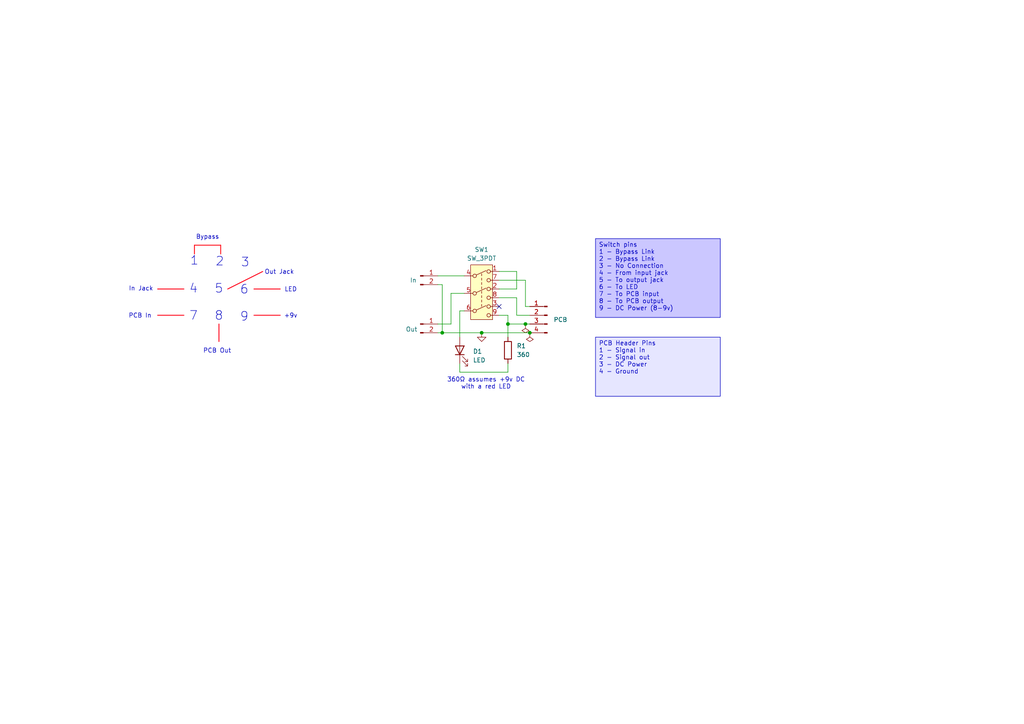
<source format=kicad_sch>
(kicad_sch
	(version 20231120)
	(generator "eeschema")
	(generator_version "8.0")
	(uuid "2d285da8-c492-42f7-afb7-e62340f4fc92")
	(paper "A4")
	(lib_symbols
		(symbol "3pdt:SW_3PDT"
			(pin_names
				(offset 0) hide)
			(exclude_from_sim no)
			(in_bom yes)
			(on_board yes)
			(property "Reference" "SW"
				(at 0 6.35 0)
				(effects
					(font
						(size 1.27 1.27)
					)
				)
			)
			(property "Value" "SW_3PDT"
				(at 0 -12.954 0)
				(effects
					(font
						(size 1.27 1.27)
					)
				)
			)
			(property "Footprint" ""
				(at 0 0 0)
				(effects
					(font
						(size 1.27 1.27)
					)
					(hide yes)
				)
			)
			(property "Datasheet" "~"
				(at 0 -4.064 0)
				(effects
					(font
						(size 1.27 1.27)
					)
					(hide yes)
				)
			)
			(property "Description" "3 Pole Double Throw (3PDT) Switch"
				(at 0.254 -3.81 0)
				(effects
					(font
						(size 1.27 1.27)
					)
					(hide yes)
				)
			)
			(property "ki_keywords" "switch dual double-pole single-throw OFF-ON"
				(at 0 0 0)
				(effects
					(font
						(size 1.27 1.27)
					)
					(hide yes)
				)
			)
			(symbol "SW_3PDT_0_0"
				(circle
					(center -2.032 -8.89)
					(radius 0.508)
					(stroke
						(width 0)
						(type default)
					)
					(fill
						(type none)
					)
				)
				(circle
					(center -2.032 -3.81)
					(radius 0.508)
					(stroke
						(width 0)
						(type default)
					)
					(fill
						(type none)
					)
				)
				(circle
					(center -2.032 1.27)
					(radius 0.508)
					(stroke
						(width 0)
						(type default)
					)
					(fill
						(type none)
					)
				)
				(polyline
					(pts
						(xy -1.524 -8.636) (xy 1.27 -7.366)
					)
					(stroke
						(width 0)
						(type default)
					)
					(fill
						(type none)
					)
				)
				(polyline
					(pts
						(xy -1.524 -3.556) (xy 1.27 -2.286)
					)
					(stroke
						(width 0)
						(type default)
					)
					(fill
						(type none)
					)
				)
				(polyline
					(pts
						(xy -1.524 1.524) (xy 1.27 2.794)
					)
					(stroke
						(width 0)
						(type default)
					)
					(fill
						(type none)
					)
				)
				(polyline
					(pts
						(xy 0 -7.62) (xy 0 -6.985)
					)
					(stroke
						(width 0)
						(type default)
					)
					(fill
						(type none)
					)
				)
				(polyline
					(pts
						(xy 0 -6.35) (xy 0 -5.715)
					)
					(stroke
						(width 0)
						(type default)
					)
					(fill
						(type none)
					)
				)
				(polyline
					(pts
						(xy 0 -5.08) (xy 0 -4.445)
					)
					(stroke
						(width 0)
						(type default)
					)
					(fill
						(type none)
					)
				)
				(polyline
					(pts
						(xy 0 -3.81) (xy 0 -3.175)
					)
					(stroke
						(width 0)
						(type default)
					)
					(fill
						(type none)
					)
				)
				(polyline
					(pts
						(xy 0 -2.54) (xy 0 -1.905)
					)
					(stroke
						(width 0)
						(type default)
					)
					(fill
						(type none)
					)
				)
				(polyline
					(pts
						(xy 0 -1.27) (xy 0 -0.635)
					)
					(stroke
						(width 0)
						(type default)
					)
					(fill
						(type none)
					)
				)
				(polyline
					(pts
						(xy 0 0) (xy 0 0.635)
					)
					(stroke
						(width 0)
						(type default)
					)
					(fill
						(type none)
					)
				)
				(polyline
					(pts
						(xy 0 1.27) (xy 0 1.905)
					)
					(stroke
						(width 0)
						(type default)
					)
					(fill
						(type none)
					)
				)
				(circle
					(center 2.032 -7.62)
					(radius 0.508)
					(stroke
						(width 0)
						(type default)
					)
					(fill
						(type none)
					)
				)
				(circle
					(center 2.032 -2.54)
					(radius 0.508)
					(stroke
						(width 0)
						(type default)
					)
					(fill
						(type none)
					)
				)
				(circle
					(center 2.032 2.54)
					(radius 0.508)
					(stroke
						(width 0)
						(type default)
					)
					(fill
						(type none)
					)
				)
				(circle
					(center 2.0377 -10.16)
					(radius 0.508)
					(stroke
						(width 0)
						(type default)
					)
					(fill
						(type none)
					)
				)
				(circle
					(center 2.0377 -5.08)
					(radius 0.508)
					(stroke
						(width 0)
						(type default)
					)
					(fill
						(type none)
					)
				)
				(circle
					(center 2.0377 0)
					(radius 0.508)
					(stroke
						(width 0)
						(type default)
					)
					(fill
						(type none)
					)
				)
			)
			(symbol "SW_3PDT_1_1"
				(rectangle
					(start -3.175 4.445)
					(end 3.175 -11.43)
					(stroke
						(width 0)
						(type default)
					)
					(fill
						(type background)
					)
				)
				(pin passive line
					(at 5.08 2.54 180)
					(length 2.54)
					(name "1"
						(effects
							(font
								(size 1.27 1.27)
							)
						)
					)
					(number "1"
						(effects
							(font
								(size 1.27 1.27)
							)
						)
					)
				)
				(pin passive line
					(at 5.08 -2.54 180)
					(length 2.54)
					(name "2"
						(effects
							(font
								(size 1.27 1.27)
							)
						)
					)
					(number "2"
						(effects
							(font
								(size 1.27 1.27)
							)
						)
					)
				)
				(pin passive line
					(at 5.08 -7.62 180)
					(length 2.54)
					(name "3"
						(effects
							(font
								(size 1.27 1.27)
							)
						)
					)
					(number "3"
						(effects
							(font
								(size 1.27 1.27)
							)
						)
					)
				)
				(pin passive line
					(at -5.08 1.27 0)
					(length 2.54)
					(name "4"
						(effects
							(font
								(size 1.27 1.27)
							)
						)
					)
					(number "4"
						(effects
							(font
								(size 1.27 1.27)
							)
						)
					)
				)
				(pin passive line
					(at -5.08 -3.81 0)
					(length 2.54)
					(name "5"
						(effects
							(font
								(size 1.27 1.27)
							)
						)
					)
					(number "5"
						(effects
							(font
								(size 1.27 1.27)
							)
						)
					)
				)
				(pin passive line
					(at -5.08 -8.89 0)
					(length 2.54)
					(name "6"
						(effects
							(font
								(size 1.27 1.27)
							)
						)
					)
					(number "6"
						(effects
							(font
								(size 1.27 1.27)
							)
						)
					)
				)
				(pin passive line
					(at 5.08 0 180)
					(length 2.54)
					(name "7"
						(effects
							(font
								(size 1.27 1.27)
							)
						)
					)
					(number "7"
						(effects
							(font
								(size 1.27 1.27)
							)
						)
					)
				)
				(pin passive line
					(at 5.08 -5.08 180)
					(length 2.54)
					(name "8"
						(effects
							(font
								(size 1.27 1.27)
							)
						)
					)
					(number "8"
						(effects
							(font
								(size 1.27 1.27)
							)
						)
					)
				)
				(pin passive line
					(at 5.08 -10.16 180)
					(length 2.54)
					(name "9"
						(effects
							(font
								(size 1.27 1.27)
							)
						)
					)
					(number "9"
						(effects
							(font
								(size 1.27 1.27)
							)
						)
					)
				)
			)
		)
		(symbol "Connector:Conn_01x02_Pin"
			(pin_names
				(offset 1.016) hide)
			(exclude_from_sim no)
			(in_bom yes)
			(on_board yes)
			(property "Reference" "J"
				(at 0 2.54 0)
				(effects
					(font
						(size 1.27 1.27)
					)
				)
			)
			(property "Value" "Conn_01x02_Pin"
				(at 0 -5.08 0)
				(effects
					(font
						(size 1.27 1.27)
					)
				)
			)
			(property "Footprint" ""
				(at 0 0 0)
				(effects
					(font
						(size 1.27 1.27)
					)
					(hide yes)
				)
			)
			(property "Datasheet" "~"
				(at 0 0 0)
				(effects
					(font
						(size 1.27 1.27)
					)
					(hide yes)
				)
			)
			(property "Description" "Generic connector, single row, 01x02, script generated"
				(at 0 0 0)
				(effects
					(font
						(size 1.27 1.27)
					)
					(hide yes)
				)
			)
			(property "ki_locked" ""
				(at 0 0 0)
				(effects
					(font
						(size 1.27 1.27)
					)
				)
			)
			(property "ki_keywords" "connector"
				(at 0 0 0)
				(effects
					(font
						(size 1.27 1.27)
					)
					(hide yes)
				)
			)
			(property "ki_fp_filters" "Connector*:*_1x??_*"
				(at 0 0 0)
				(effects
					(font
						(size 1.27 1.27)
					)
					(hide yes)
				)
			)
			(symbol "Conn_01x02_Pin_1_1"
				(polyline
					(pts
						(xy 1.27 -2.54) (xy 0.8636 -2.54)
					)
					(stroke
						(width 0.1524)
						(type default)
					)
					(fill
						(type none)
					)
				)
				(polyline
					(pts
						(xy 1.27 0) (xy 0.8636 0)
					)
					(stroke
						(width 0.1524)
						(type default)
					)
					(fill
						(type none)
					)
				)
				(rectangle
					(start 0.8636 -2.413)
					(end 0 -2.667)
					(stroke
						(width 0.1524)
						(type default)
					)
					(fill
						(type outline)
					)
				)
				(rectangle
					(start 0.8636 0.127)
					(end 0 -0.127)
					(stroke
						(width 0.1524)
						(type default)
					)
					(fill
						(type outline)
					)
				)
				(pin passive line
					(at 5.08 0 180)
					(length 3.81)
					(name "Pin_1"
						(effects
							(font
								(size 1.27 1.27)
							)
						)
					)
					(number "1"
						(effects
							(font
								(size 1.27 1.27)
							)
						)
					)
				)
				(pin passive line
					(at 5.08 -2.54 180)
					(length 3.81)
					(name "Pin_2"
						(effects
							(font
								(size 1.27 1.27)
							)
						)
					)
					(number "2"
						(effects
							(font
								(size 1.27 1.27)
							)
						)
					)
				)
			)
		)
		(symbol "Connector:Conn_01x04_Pin"
			(pin_names
				(offset 1.016) hide)
			(exclude_from_sim no)
			(in_bom yes)
			(on_board yes)
			(property "Reference" "J"
				(at 0 5.08 0)
				(effects
					(font
						(size 1.27 1.27)
					)
				)
			)
			(property "Value" "Conn_01x04_Pin"
				(at 0 -7.62 0)
				(effects
					(font
						(size 1.27 1.27)
					)
				)
			)
			(property "Footprint" ""
				(at 0 0 0)
				(effects
					(font
						(size 1.27 1.27)
					)
					(hide yes)
				)
			)
			(property "Datasheet" "~"
				(at 0 0 0)
				(effects
					(font
						(size 1.27 1.27)
					)
					(hide yes)
				)
			)
			(property "Description" "Generic connector, single row, 01x04, script generated"
				(at 0 0 0)
				(effects
					(font
						(size 1.27 1.27)
					)
					(hide yes)
				)
			)
			(property "ki_locked" ""
				(at 0 0 0)
				(effects
					(font
						(size 1.27 1.27)
					)
				)
			)
			(property "ki_keywords" "connector"
				(at 0 0 0)
				(effects
					(font
						(size 1.27 1.27)
					)
					(hide yes)
				)
			)
			(property "ki_fp_filters" "Connector*:*_1x??_*"
				(at 0 0 0)
				(effects
					(font
						(size 1.27 1.27)
					)
					(hide yes)
				)
			)
			(symbol "Conn_01x04_Pin_1_1"
				(polyline
					(pts
						(xy 1.27 -5.08) (xy 0.8636 -5.08)
					)
					(stroke
						(width 0.1524)
						(type default)
					)
					(fill
						(type none)
					)
				)
				(polyline
					(pts
						(xy 1.27 -2.54) (xy 0.8636 -2.54)
					)
					(stroke
						(width 0.1524)
						(type default)
					)
					(fill
						(type none)
					)
				)
				(polyline
					(pts
						(xy 1.27 0) (xy 0.8636 0)
					)
					(stroke
						(width 0.1524)
						(type default)
					)
					(fill
						(type none)
					)
				)
				(polyline
					(pts
						(xy 1.27 2.54) (xy 0.8636 2.54)
					)
					(stroke
						(width 0.1524)
						(type default)
					)
					(fill
						(type none)
					)
				)
				(rectangle
					(start 0.8636 -4.953)
					(end 0 -5.207)
					(stroke
						(width 0.1524)
						(type default)
					)
					(fill
						(type outline)
					)
				)
				(rectangle
					(start 0.8636 -2.413)
					(end 0 -2.667)
					(stroke
						(width 0.1524)
						(type default)
					)
					(fill
						(type outline)
					)
				)
				(rectangle
					(start 0.8636 0.127)
					(end 0 -0.127)
					(stroke
						(width 0.1524)
						(type default)
					)
					(fill
						(type outline)
					)
				)
				(rectangle
					(start 0.8636 2.667)
					(end 0 2.413)
					(stroke
						(width 0.1524)
						(type default)
					)
					(fill
						(type outline)
					)
				)
				(pin passive line
					(at 5.08 2.54 180)
					(length 3.81)
					(name "Pin_1"
						(effects
							(font
								(size 1.27 1.27)
							)
						)
					)
					(number "1"
						(effects
							(font
								(size 1.27 1.27)
							)
						)
					)
				)
				(pin passive line
					(at 5.08 0 180)
					(length 3.81)
					(name "Pin_2"
						(effects
							(font
								(size 1.27 1.27)
							)
						)
					)
					(number "2"
						(effects
							(font
								(size 1.27 1.27)
							)
						)
					)
				)
				(pin passive line
					(at 5.08 -2.54 180)
					(length 3.81)
					(name "Pin_3"
						(effects
							(font
								(size 1.27 1.27)
							)
						)
					)
					(number "3"
						(effects
							(font
								(size 1.27 1.27)
							)
						)
					)
				)
				(pin passive line
					(at 5.08 -5.08 180)
					(length 3.81)
					(name "Pin_4"
						(effects
							(font
								(size 1.27 1.27)
							)
						)
					)
					(number "4"
						(effects
							(font
								(size 1.27 1.27)
							)
						)
					)
				)
			)
		)
		(symbol "Device:LED"
			(pin_numbers hide)
			(pin_names
				(offset 1.016) hide)
			(exclude_from_sim no)
			(in_bom yes)
			(on_board yes)
			(property "Reference" "D"
				(at 0 2.54 0)
				(effects
					(font
						(size 1.27 1.27)
					)
				)
			)
			(property "Value" "LED"
				(at 0 -2.54 0)
				(effects
					(font
						(size 1.27 1.27)
					)
				)
			)
			(property "Footprint" ""
				(at 0 0 0)
				(effects
					(font
						(size 1.27 1.27)
					)
					(hide yes)
				)
			)
			(property "Datasheet" "~"
				(at 0 0 0)
				(effects
					(font
						(size 1.27 1.27)
					)
					(hide yes)
				)
			)
			(property "Description" "Light emitting diode"
				(at 0 0 0)
				(effects
					(font
						(size 1.27 1.27)
					)
					(hide yes)
				)
			)
			(property "ki_keywords" "LED diode"
				(at 0 0 0)
				(effects
					(font
						(size 1.27 1.27)
					)
					(hide yes)
				)
			)
			(property "ki_fp_filters" "LED* LED_SMD:* LED_THT:*"
				(at 0 0 0)
				(effects
					(font
						(size 1.27 1.27)
					)
					(hide yes)
				)
			)
			(symbol "LED_0_1"
				(polyline
					(pts
						(xy -1.27 -1.27) (xy -1.27 1.27)
					)
					(stroke
						(width 0.254)
						(type default)
					)
					(fill
						(type none)
					)
				)
				(polyline
					(pts
						(xy -1.27 0) (xy 1.27 0)
					)
					(stroke
						(width 0)
						(type default)
					)
					(fill
						(type none)
					)
				)
				(polyline
					(pts
						(xy 1.27 -1.27) (xy 1.27 1.27) (xy -1.27 0) (xy 1.27 -1.27)
					)
					(stroke
						(width 0.254)
						(type default)
					)
					(fill
						(type none)
					)
				)
				(polyline
					(pts
						(xy -3.048 -0.762) (xy -4.572 -2.286) (xy -3.81 -2.286) (xy -4.572 -2.286) (xy -4.572 -1.524)
					)
					(stroke
						(width 0)
						(type default)
					)
					(fill
						(type none)
					)
				)
				(polyline
					(pts
						(xy -1.778 -0.762) (xy -3.302 -2.286) (xy -2.54 -2.286) (xy -3.302 -2.286) (xy -3.302 -1.524)
					)
					(stroke
						(width 0)
						(type default)
					)
					(fill
						(type none)
					)
				)
			)
			(symbol "LED_1_1"
				(pin passive line
					(at -3.81 0 0)
					(length 2.54)
					(name "K"
						(effects
							(font
								(size 1.27 1.27)
							)
						)
					)
					(number "1"
						(effects
							(font
								(size 1.27 1.27)
							)
						)
					)
				)
				(pin passive line
					(at 3.81 0 180)
					(length 2.54)
					(name "A"
						(effects
							(font
								(size 1.27 1.27)
							)
						)
					)
					(number "2"
						(effects
							(font
								(size 1.27 1.27)
							)
						)
					)
				)
			)
		)
		(symbol "Device:R"
			(pin_numbers hide)
			(pin_names
				(offset 0)
			)
			(exclude_from_sim no)
			(in_bom yes)
			(on_board yes)
			(property "Reference" "R"
				(at 2.032 0 90)
				(effects
					(font
						(size 1.27 1.27)
					)
				)
			)
			(property "Value" "R"
				(at 0 0 90)
				(effects
					(font
						(size 1.27 1.27)
					)
				)
			)
			(property "Footprint" ""
				(at -1.778 0 90)
				(effects
					(font
						(size 1.27 1.27)
					)
					(hide yes)
				)
			)
			(property "Datasheet" "~"
				(at 0 0 0)
				(effects
					(font
						(size 1.27 1.27)
					)
					(hide yes)
				)
			)
			(property "Description" "Resistor"
				(at 0 0 0)
				(effects
					(font
						(size 1.27 1.27)
					)
					(hide yes)
				)
			)
			(property "ki_keywords" "R res resistor"
				(at 0 0 0)
				(effects
					(font
						(size 1.27 1.27)
					)
					(hide yes)
				)
			)
			(property "ki_fp_filters" "R_*"
				(at 0 0 0)
				(effects
					(font
						(size 1.27 1.27)
					)
					(hide yes)
				)
			)
			(symbol "R_0_1"
				(rectangle
					(start -1.016 -2.54)
					(end 1.016 2.54)
					(stroke
						(width 0.254)
						(type default)
					)
					(fill
						(type none)
					)
				)
			)
			(symbol "R_1_1"
				(pin passive line
					(at 0 3.81 270)
					(length 1.27)
					(name "~"
						(effects
							(font
								(size 1.27 1.27)
							)
						)
					)
					(number "1"
						(effects
							(font
								(size 1.27 1.27)
							)
						)
					)
				)
				(pin passive line
					(at 0 -3.81 90)
					(length 1.27)
					(name "~"
						(effects
							(font
								(size 1.27 1.27)
							)
						)
					)
					(number "2"
						(effects
							(font
								(size 1.27 1.27)
							)
						)
					)
				)
			)
		)
		(symbol "power:GND"
			(power)
			(pin_numbers hide)
			(pin_names
				(offset 0) hide)
			(exclude_from_sim no)
			(in_bom yes)
			(on_board yes)
			(property "Reference" "#PWR"
				(at 0 -6.35 0)
				(effects
					(font
						(size 1.27 1.27)
					)
					(hide yes)
				)
			)
			(property "Value" "GND"
				(at 0 -3.81 0)
				(effects
					(font
						(size 1.27 1.27)
					)
				)
			)
			(property "Footprint" ""
				(at 0 0 0)
				(effects
					(font
						(size 1.27 1.27)
					)
					(hide yes)
				)
			)
			(property "Datasheet" ""
				(at 0 0 0)
				(effects
					(font
						(size 1.27 1.27)
					)
					(hide yes)
				)
			)
			(property "Description" "Power symbol creates a global label with name \"GND\" , ground"
				(at 0 0 0)
				(effects
					(font
						(size 1.27 1.27)
					)
					(hide yes)
				)
			)
			(property "ki_keywords" "global power"
				(at 0 0 0)
				(effects
					(font
						(size 1.27 1.27)
					)
					(hide yes)
				)
			)
			(symbol "GND_0_1"
				(polyline
					(pts
						(xy 0 0) (xy 0 -1.27) (xy 1.27 -1.27) (xy 0 -2.54) (xy -1.27 -1.27) (xy 0 -1.27)
					)
					(stroke
						(width 0)
						(type default)
					)
					(fill
						(type none)
					)
				)
			)
			(symbol "GND_1_1"
				(pin power_in line
					(at 0 0 270)
					(length 0)
					(name "~"
						(effects
							(font
								(size 1.27 1.27)
							)
						)
					)
					(number "1"
						(effects
							(font
								(size 1.27 1.27)
							)
						)
					)
				)
			)
		)
		(symbol "power:PWR_FLAG"
			(power)
			(pin_numbers hide)
			(pin_names
				(offset 0) hide)
			(exclude_from_sim no)
			(in_bom yes)
			(on_board yes)
			(property "Reference" "#FLG"
				(at 0 1.905 0)
				(effects
					(font
						(size 1.27 1.27)
					)
					(hide yes)
				)
			)
			(property "Value" "PWR_FLAG"
				(at 0 3.81 0)
				(effects
					(font
						(size 1.27 1.27)
					)
				)
			)
			(property "Footprint" ""
				(at 0 0 0)
				(effects
					(font
						(size 1.27 1.27)
					)
					(hide yes)
				)
			)
			(property "Datasheet" "~"
				(at 0 0 0)
				(effects
					(font
						(size 1.27 1.27)
					)
					(hide yes)
				)
			)
			(property "Description" "Special symbol for telling ERC where power comes from"
				(at 0 0 0)
				(effects
					(font
						(size 1.27 1.27)
					)
					(hide yes)
				)
			)
			(property "ki_keywords" "flag power"
				(at 0 0 0)
				(effects
					(font
						(size 1.27 1.27)
					)
					(hide yes)
				)
			)
			(symbol "PWR_FLAG_0_0"
				(pin power_out line
					(at 0 0 90)
					(length 0)
					(name "~"
						(effects
							(font
								(size 1.27 1.27)
							)
						)
					)
					(number "1"
						(effects
							(font
								(size 1.27 1.27)
							)
						)
					)
				)
			)
			(symbol "PWR_FLAG_0_1"
				(polyline
					(pts
						(xy 0 0) (xy 0 1.27) (xy -1.016 1.905) (xy 0 2.54) (xy 1.016 1.905) (xy 0 1.27)
					)
					(stroke
						(width 0)
						(type default)
					)
					(fill
						(type none)
					)
				)
			)
		)
	)
	(junction
		(at 147.32 93.98)
		(diameter 0)
		(color 0 0 0 0)
		(uuid "404bd126-0e14-402c-8857-8b1d96b1cc78")
	)
	(junction
		(at 152.4 93.98)
		(diameter 0)
		(color 0 0 0 0)
		(uuid "4db2b132-572e-4fa7-b57a-6e85dd477a59")
	)
	(junction
		(at 128.27 96.52)
		(diameter 0)
		(color 0 0 0 0)
		(uuid "7a1fe463-172a-43ad-b0af-e6e1a8a183a4")
	)
	(junction
		(at 153.67 96.52)
		(diameter 0)
		(color 0 0 0 0)
		(uuid "b108dcf8-d4b1-44fc-874d-e2118786adce")
	)
	(junction
		(at 139.7 96.52)
		(diameter 0)
		(color 0 0 0 0)
		(uuid "bd4d3831-1cd0-4b85-ab97-d549a17d6299")
	)
	(no_connect
		(at 144.78 88.9)
		(uuid "d7508fc7-05fc-44b1-8d67-cb780ffb86f4")
	)
	(wire
		(pts
			(xy 152.4 93.98) (xy 153.67 93.98)
		)
		(stroke
			(width 0)
			(type default)
		)
		(uuid "0028a524-b9b5-4194-bdac-a894dfbbc5c1")
	)
	(wire
		(pts
			(xy 149.86 91.44) (xy 153.67 91.44)
		)
		(stroke
			(width 0)
			(type default)
		)
		(uuid "0041822c-a413-4542-bf50-c4de21c367aa")
	)
	(wire
		(pts
			(xy 133.35 90.17) (xy 134.62 90.17)
		)
		(stroke
			(width 0)
			(type default)
		)
		(uuid "04614e57-609f-47a4-95f2-eba358117015")
	)
	(wire
		(pts
			(xy 147.32 91.44) (xy 144.78 91.44)
		)
		(stroke
			(width 0)
			(type default)
		)
		(uuid "084a42c7-fa70-42fd-a6ef-763f4f62e1d7")
	)
	(wire
		(pts
			(xy 152.4 88.9) (xy 153.67 88.9)
		)
		(stroke
			(width 0)
			(type default)
		)
		(uuid "0a87a2e9-9e55-4963-aae1-5e2f3d1912d1")
	)
	(wire
		(pts
			(xy 133.35 105.41) (xy 133.35 107.95)
		)
		(stroke
			(width 0)
			(type default)
		)
		(uuid "15930c9e-c3fd-4a17-b54a-e055dec2b0fb")
	)
	(wire
		(pts
			(xy 144.78 86.36) (xy 149.86 86.36)
		)
		(stroke
			(width 0)
			(type default)
		)
		(uuid "17f5703d-7ad5-46c3-b8d1-1389cc852513")
	)
	(wire
		(pts
			(xy 127 96.52) (xy 128.27 96.52)
		)
		(stroke
			(width 0)
			(type default)
		)
		(uuid "1849dbf1-e985-46ad-9029-21ceabe4863b")
	)
	(polyline
		(pts
			(xy 63.5 93.98) (xy 63.5 99.06)
		)
		(stroke
			(width 0.254)
			(type default)
			(color 255 0 21 1)
		)
		(uuid "30e270cc-9260-40c3-84cd-b97f5f5f6be6")
	)
	(wire
		(pts
			(xy 128.27 82.55) (xy 128.27 96.52)
		)
		(stroke
			(width 0)
			(type default)
		)
		(uuid "3c56bcae-1eb3-491b-af19-f78a13c53fc6")
	)
	(wire
		(pts
			(xy 139.7 96.52) (xy 153.67 96.52)
		)
		(stroke
			(width 0)
			(type default)
		)
		(uuid "491612ba-a173-4f8c-b72e-43fdc247a3cd")
	)
	(polyline
		(pts
			(xy 73.66 83.82) (xy 81.28 83.82)
		)
		(stroke
			(width 0.254)
			(type default)
			(color 255 0 21 1)
		)
		(uuid "4bc8eeb6-37bc-4847-a98d-eda1861c454e")
	)
	(wire
		(pts
			(xy 147.32 93.98) (xy 147.32 97.79)
		)
		(stroke
			(width 0)
			(type default)
		)
		(uuid "512a51c7-e6df-45c5-bcf8-8b057386ecdf")
	)
	(wire
		(pts
			(xy 130.81 85.09) (xy 134.62 85.09)
		)
		(stroke
			(width 0)
			(type default)
		)
		(uuid "5413519e-ef8d-4df4-8f0e-cd92e3148626")
	)
	(wire
		(pts
			(xy 149.86 83.82) (xy 144.78 83.82)
		)
		(stroke
			(width 0)
			(type default)
		)
		(uuid "5583f598-fce4-4bf2-9e43-d792fa773a1f")
	)
	(polyline
		(pts
			(xy 56.388 71.12) (xy 64.008 71.12)
		)
		(stroke
			(width 0.254)
			(type default)
			(color 255 8 19 1)
		)
		(uuid "60d6912e-3ac0-4165-89dc-add714b55f0d")
	)
	(wire
		(pts
			(xy 127 80.01) (xy 134.62 80.01)
		)
		(stroke
			(width 0)
			(type default)
		)
		(uuid "765218d3-29f6-4c52-b60a-306361d1aad7")
	)
	(wire
		(pts
			(xy 147.32 93.98) (xy 152.4 93.98)
		)
		(stroke
			(width 0)
			(type default)
		)
		(uuid "7b5b57cd-3bef-4134-878d-6346d75e9cf2")
	)
	(wire
		(pts
			(xy 147.32 93.98) (xy 147.32 91.44)
		)
		(stroke
			(width 0)
			(type default)
		)
		(uuid "7f74dcf7-c7fa-47e0-96a6-062274fe6213")
	)
	(polyline
		(pts
			(xy 45.72 91.44) (xy 53.34 91.44)
		)
		(stroke
			(width 0.254)
			(type default)
			(color 255 0 21 1)
		)
		(uuid "8b0e897d-12ed-483e-a7af-0aa7629323f2")
	)
	(polyline
		(pts
			(xy 45.72 83.82) (xy 53.34 83.82)
		)
		(stroke
			(width 0.254)
			(type default)
			(color 255 0 21 1)
		)
		(uuid "a796c655-d879-4933-8abd-f1a7634645d5")
	)
	(wire
		(pts
			(xy 127 82.55) (xy 128.27 82.55)
		)
		(stroke
			(width 0)
			(type default)
		)
		(uuid "b5d7e0bf-ef1e-4b5e-8cd5-c03ac899c306")
	)
	(wire
		(pts
			(xy 144.78 78.74) (xy 149.86 78.74)
		)
		(stroke
			(width 0)
			(type default)
		)
		(uuid "b9461a02-388e-4bec-aabc-185b328a34b4")
	)
	(wire
		(pts
			(xy 152.4 81.28) (xy 152.4 88.9)
		)
		(stroke
			(width 0)
			(type default)
		)
		(uuid "bf332775-ee96-4f46-a449-3e0299170b14")
	)
	(wire
		(pts
			(xy 144.78 81.28) (xy 152.4 81.28)
		)
		(stroke
			(width 0)
			(type default)
		)
		(uuid "c66c4e5d-2ff4-49e0-8618-8fef5d29bc29")
	)
	(wire
		(pts
			(xy 147.32 105.41) (xy 147.32 107.95)
		)
		(stroke
			(width 0)
			(type default)
		)
		(uuid "c8b36468-9871-4f78-b4f4-cf5c8c217438")
	)
	(wire
		(pts
			(xy 149.86 78.74) (xy 149.86 83.82)
		)
		(stroke
			(width 0)
			(type default)
		)
		(uuid "c936d7f5-bfeb-49d0-8fd0-750548ba116c")
	)
	(polyline
		(pts
			(xy 64.008 71.12) (xy 64.008 73.66)
		)
		(stroke
			(width 0.254)
			(type default)
			(color 255 8 19 1)
		)
		(uuid "ca514179-80b7-4bfe-8512-e40962f9896d")
	)
	(wire
		(pts
			(xy 127 93.98) (xy 130.81 93.98)
		)
		(stroke
			(width 0)
			(type default)
		)
		(uuid "cd16b815-846a-4880-9ad1-807ac3c0fab9")
	)
	(polyline
		(pts
			(xy 73.66 91.44) (xy 81.28 91.44)
		)
		(stroke
			(width 0.254)
			(type default)
			(color 255 0 21 1)
		)
		(uuid "ce1bac13-b88d-41e1-8556-629f68c8afa6")
	)
	(wire
		(pts
			(xy 128.27 96.52) (xy 139.7 96.52)
		)
		(stroke
			(width 0)
			(type default)
		)
		(uuid "ce4151d0-09e9-4e98-b06a-1f771764cd6a")
	)
	(wire
		(pts
			(xy 133.35 107.95) (xy 147.32 107.95)
		)
		(stroke
			(width 0)
			(type default)
		)
		(uuid "d3166394-bb7b-4f66-a145-efb6a18a161e")
	)
	(wire
		(pts
			(xy 149.86 86.36) (xy 149.86 91.44)
		)
		(stroke
			(width 0)
			(type default)
		)
		(uuid "d7005b11-8eb8-4b96-bec4-50df9df312c8")
	)
	(polyline
		(pts
			(xy 66.04 83.82) (xy 76.2 78.74)
		)
		(stroke
			(width 0.254)
			(type default)
			(color 255 0 21 1)
		)
		(uuid "e7018b07-625c-4f61-b34f-22cd012f3148")
	)
	(polyline
		(pts
			(xy 56.388 73.66) (xy 56.388 71.12)
		)
		(stroke
			(width 0.254)
			(type default)
			(color 255 8 19 1)
		)
		(uuid "eb4e4242-fabc-4bdd-870b-247f7fb7e55e")
	)
	(wire
		(pts
			(xy 133.35 97.79) (xy 133.35 90.17)
		)
		(stroke
			(width 0)
			(type default)
		)
		(uuid "f3199428-b228-46fa-8cca-73c22dfb3783")
	)
	(wire
		(pts
			(xy 130.81 93.98) (xy 130.81 85.09)
		)
		(stroke
			(width 0)
			(type default)
		)
		(uuid "f38298b0-9c1f-4e71-9b2f-dab9580ffdb0")
	)
	(text_box "PCB Header Pins\n1 - Signal in\n2 - Signal out\n3 - DC Power\n4 - Ground"
		(exclude_from_sim no)
		(at 172.72 97.79 0)
		(size 36.195 17.145)
		(stroke
			(width 0)
			(type default)
		)
		(fill
			(type color)
			(color 0 4 255 0.1)
		)
		(effects
			(font
				(size 1.27 1.27)
			)
			(justify left top)
		)
		(uuid "ba03eb7c-e187-437c-8320-cd3d0f291572")
	)
	(text_box "Switch pins\n1 - Bypass Link\n2 - Bypass Link\n3 - No Connection\n4 - From input jack\n5 - To output jack\n6 - To LED\n7 - To PCB input\n8 - To PCB output\n9 - DC Power (8-9v)"
		(exclude_from_sim no)
		(at 172.72 69.215 0)
		(size 36.195 22.86)
		(stroke
			(width 0)
			(type default)
		)
		(fill
			(type color)
			(color 20 0 255 0.22)
		)
		(effects
			(font
				(size 1.27 1.27)
			)
			(justify left top)
			(href "https://www.coda-effects.com/2015/03/3pdt-and-true-bypass-wiring.html")
		)
		(uuid "f42a8c9e-263e-45ae-9cea-5c232ef1965b")
	)
	(text "8"
		(exclude_from_sim no)
		(at 63.5 91.694 0)
		(effects
			(font
				(size 2.54 2.54)
			)
		)
		(uuid "05384959-1a21-4fd4-99da-57cd420e0c33")
	)
	(text "5"
		(exclude_from_sim no)
		(at 63.5 83.82 0)
		(effects
			(font
				(size 2.54 2.54)
			)
		)
		(uuid "3172f016-8024-4ab7-814b-1eabbea65ade")
	)
	(text "6"
		(exclude_from_sim no)
		(at 70.866 84.074 0)
		(effects
			(font
				(size 2.54 2.54)
			)
		)
		(uuid "62592e75-fe70-4771-9903-c96f06cfee70")
	)
	(text "7"
		(exclude_from_sim no)
		(at 56.134 91.694 0)
		(effects
			(font
				(size 2.54 2.54)
			)
		)
		(uuid "652b0bdd-7207-4060-82cc-3b79f982de80")
	)
	(text "Out Jack"
		(exclude_from_sim no)
		(at 81.026 78.994 0)
		(effects
			(font
				(size 1.27 1.27)
			)
		)
		(uuid "71acd161-1206-4c42-b375-d97c234e4a84")
	)
	(text "In Jack"
		(exclude_from_sim no)
		(at 40.894 83.82 0)
		(effects
			(font
				(size 1.27 1.27)
			)
		)
		(uuid "859d8b3f-3175-42bf-adcd-b282b2f5fffb")
	)
	(text "Bypass"
		(exclude_from_sim no)
		(at 60.198 68.834 0)
		(effects
			(font
				(size 1.27 1.27)
			)
		)
		(uuid "85f63736-5a3d-4af9-b2c0-a55800cee103")
	)
	(text "2"
		(exclude_from_sim no)
		(at 63.754 75.946 0)
		(effects
			(font
				(size 2.54 2.54)
			)
		)
		(uuid "871828ef-0ec6-49b4-8544-66bfc857cd6c")
	)
	(text "1"
		(exclude_from_sim no)
		(at 56.388 75.692 0)
		(effects
			(font
				(size 2.54 2.54)
			)
		)
		(uuid "90493ecd-b60e-4c3d-8d00-6205b7b8fe3f")
	)
	(text "PCB Out"
		(exclude_from_sim no)
		(at 62.992 101.854 0)
		(effects
			(font
				(size 1.27 1.27)
			)
		)
		(uuid "a46302e9-3269-44f8-baf9-4b9153188ac8")
	)
	(text "4"
		(exclude_from_sim no)
		(at 56.134 83.82 0)
		(effects
			(font
				(size 2.54 2.54)
			)
		)
		(uuid "acea76e0-41c0-43b6-8b6d-6108cdaebc90")
	)
	(text "3"
		(exclude_from_sim no)
		(at 71.12 76.2 0)
		(effects
			(font
				(size 2.54 2.54)
			)
		)
		(uuid "c6ceb511-16ee-4149-a758-744eb764040f")
	)
	(text "360Ω assumes +9v DC\nwith a red LED"
		(exclude_from_sim no)
		(at 140.97 111.252 0)
		(effects
			(font
				(size 1.27 1.27)
			)
			(href "https://www.digikey.com.au/en/resources/conversion-calculators/conversion-calculator-led-series-resistor")
		)
		(uuid "d605f741-226e-4ec5-80c0-0377e094c740")
	)
	(text "9"
		(exclude_from_sim no)
		(at 70.866 91.948 0)
		(effects
			(font
				(size 2.54 2.54)
			)
		)
		(uuid "d68a0cc7-2667-466b-b877-3728b6fa3635")
	)
	(text "LED"
		(exclude_from_sim no)
		(at 84.328 84.074 0)
		(effects
			(font
				(size 1.27 1.27)
			)
		)
		(uuid "db7f267b-8b19-4c97-b26a-7c8127f2f2b8")
	)
	(text "PCB In"
		(exclude_from_sim no)
		(at 40.64 91.694 0)
		(effects
			(font
				(size 1.27 1.27)
			)
		)
		(uuid "e213cdf4-80f2-4ad7-a71f-9674beb6cc4a")
	)
	(text "+9v"
		(exclude_from_sim no)
		(at 84.328 91.694 0)
		(effects
			(font
				(size 1.27 1.27)
			)
		)
		(uuid "e5260edc-84f6-40c6-86f8-64db82a5bbe1")
	)
	(symbol
		(lib_id "Connector:Conn_01x02_Pin")
		(at 121.92 93.98 0)
		(unit 1)
		(exclude_from_sim no)
		(in_bom yes)
		(on_board yes)
		(dnp no)
		(uuid "4232cda8-4b03-492e-927e-fe0c523671d1")
		(property "Reference" "J2"
			(at 122.555 88.9 0)
			(effects
				(font
					(size 1.27 1.27)
				)
				(hide yes)
			)
		)
		(property "Value" "Out"
			(at 119.38 95.504 0)
			(effects
				(font
					(size 1.27 1.27)
				)
			)
		)
		(property "Footprint" "Connector_PinHeader_2.54mm:PinHeader_1x02_P2.54mm_Horizontal"
			(at 121.92 93.98 0)
			(effects
				(font
					(size 1.27 1.27)
				)
				(hide yes)
			)
		)
		(property "Datasheet" "~"
			(at 121.92 93.98 0)
			(effects
				(font
					(size 1.27 1.27)
				)
				(hide yes)
			)
		)
		(property "Description" "Generic connector, single row, 01x02, script generated"
			(at 121.92 93.98 0)
			(effects
				(font
					(size 1.27 1.27)
				)
				(hide yes)
			)
		)
		(pin "2"
			(uuid "3318ab25-55dc-4ec5-bc4a-f2332d2b31cb")
		)
		(pin "1"
			(uuid "7e76ba6e-2e4f-4e51-8e83-ed1f6b0f1ff5")
		)
		(instances
			(project ""
				(path "/2d285da8-c492-42f7-afb7-e62340f4fc92"
					(reference "J2")
					(unit 1)
				)
			)
		)
	)
	(symbol
		(lib_id "Connector:Conn_01x04_Pin")
		(at 158.75 91.44 0)
		(mirror y)
		(unit 1)
		(exclude_from_sim no)
		(in_bom yes)
		(on_board yes)
		(dnp no)
		(uuid "665281a8-ce53-4bed-adf8-4faac3b5e560")
		(property "Reference" "J3"
			(at 158.242 85.852 0)
			(effects
				(font
					(size 1.27 1.27)
				)
				(hide yes)
			)
		)
		(property "Value" "PCB"
			(at 162.56 92.71 0)
			(effects
				(font
					(size 1.27 1.27)
				)
			)
		)
		(property "Footprint" "Connector_PinHeader_2.54mm:PinHeader_1x04_P2.54mm_Horizontal"
			(at 158.75 91.44 0)
			(effects
				(font
					(size 1.27 1.27)
				)
				(hide yes)
			)
		)
		(property "Datasheet" "~"
			(at 158.75 91.44 0)
			(effects
				(font
					(size 1.27 1.27)
				)
				(hide yes)
			)
		)
		(property "Description" "Generic connector, single row, 01x04, script generated"
			(at 158.75 91.44 0)
			(effects
				(font
					(size 1.27 1.27)
				)
				(hide yes)
			)
		)
		(pin "3"
			(uuid "dd279dcc-ea27-4e95-9852-9886ce6f8367")
		)
		(pin "1"
			(uuid "6db6400f-e16a-4121-be3e-470b05c9fabc")
		)
		(pin "4"
			(uuid "42c63fc4-8e25-4a82-94c6-0e97f15e7882")
		)
		(pin "2"
			(uuid "81265ce3-7854-47a6-ac4d-4581d1b98bc9")
		)
		(instances
			(project ""
				(path "/2d285da8-c492-42f7-afb7-e62340f4fc92"
					(reference "J3")
					(unit 1)
				)
			)
		)
	)
	(symbol
		(lib_id "power:GND")
		(at 139.7 96.52 0)
		(unit 1)
		(exclude_from_sim no)
		(in_bom yes)
		(on_board yes)
		(dnp no)
		(fields_autoplaced yes)
		(uuid "7d093c26-5e98-4547-b3de-8c1d8c38664e")
		(property "Reference" "#PWR01"
			(at 139.7 102.87 0)
			(effects
				(font
					(size 1.27 1.27)
				)
				(hide yes)
			)
		)
		(property "Value" "GND"
			(at 139.7 101.6 0)
			(effects
				(font
					(size 1.27 1.27)
				)
				(hide yes)
			)
		)
		(property "Footprint" ""
			(at 139.7 96.52 0)
			(effects
				(font
					(size 1.27 1.27)
				)
				(hide yes)
			)
		)
		(property "Datasheet" ""
			(at 139.7 96.52 0)
			(effects
				(font
					(size 1.27 1.27)
				)
				(hide yes)
			)
		)
		(property "Description" "Power symbol creates a global label with name \"GND\" , ground"
			(at 139.7 96.52 0)
			(effects
				(font
					(size 1.27 1.27)
				)
				(hide yes)
			)
		)
		(pin "1"
			(uuid "7a5ff93b-a71e-4998-90fc-1ced14b05fd6")
		)
		(instances
			(project ""
				(path "/2d285da8-c492-42f7-afb7-e62340f4fc92"
					(reference "#PWR01")
					(unit 1)
				)
			)
		)
	)
	(symbol
		(lib_id "3pdt:SW_3PDT")
		(at 139.7 81.28 0)
		(unit 1)
		(exclude_from_sim no)
		(in_bom yes)
		(on_board yes)
		(dnp no)
		(fields_autoplaced yes)
		(uuid "80d4abcf-02f6-4bb2-a8a1-ca9519c39a66")
		(property "Reference" "SW1"
			(at 139.7 72.39 0)
			(effects
				(font
					(size 1.27 1.27)
				)
			)
		)
		(property "Value" "SW_3PDT"
			(at 139.7 74.93 0)
			(effects
				(font
					(size 1.27 1.27)
				)
			)
		)
		(property "Footprint" "custom library:3PDT Stomp Switch"
			(at 139.7 81.28 0)
			(effects
				(font
					(size 1.27 1.27)
				)
				(hide yes)
			)
		)
		(property "Datasheet" "~"
			(at 139.7 85.344 0)
			(effects
				(font
					(size 1.27 1.27)
				)
				(hide yes)
			)
		)
		(property "Description" "3 Pole Double Throw (3PDT) Switch"
			(at 139.954 85.09 0)
			(effects
				(font
					(size 1.27 1.27)
				)
				(hide yes)
			)
		)
		(pin "2"
			(uuid "5f745284-fa70-43b0-8745-69301d30a570")
		)
		(pin "5"
			(uuid "e86a839f-163b-47a8-9ff6-77fefbee1cb3")
		)
		(pin "8"
			(uuid "7cc469ba-8d2b-4e41-8825-eaf17554e3e2")
		)
		(pin "7"
			(uuid "464ea28c-8dd2-42af-9b9d-5170323a6333")
		)
		(pin "3"
			(uuid "65a51d4e-c9c2-4cb1-ae50-d07f7677433d")
		)
		(pin "9"
			(uuid "21b38b68-3d22-416b-ab40-c5e7f1d9c1d2")
		)
		(pin "4"
			(uuid "e0cf4d3b-e56e-4e1c-941b-e78d4d86c741")
		)
		(pin "1"
			(uuid "b8e3f08b-0d6f-4ca7-98bf-8cb6652baa46")
		)
		(pin "6"
			(uuid "fec5f114-e7aa-47e1-83a1-d56fc1fa1429")
		)
		(instances
			(project ""
				(path "/2d285da8-c492-42f7-afb7-e62340f4fc92"
					(reference "SW1")
					(unit 1)
				)
			)
		)
	)
	(symbol
		(lib_id "Device:R")
		(at 147.32 101.6 180)
		(unit 1)
		(exclude_from_sim no)
		(in_bom yes)
		(on_board yes)
		(dnp no)
		(fields_autoplaced yes)
		(uuid "922593a6-d0e4-41da-bfd7-ffb2134fdeca")
		(property "Reference" "R1"
			(at 149.86 100.3299 0)
			(effects
				(font
					(size 1.27 1.27)
				)
				(justify right)
			)
		)
		(property "Value" "360"
			(at 149.86 102.8699 0)
			(effects
				(font
					(size 1.27 1.27)
				)
				(justify right)
			)
		)
		(property "Footprint" "Resistor_THT:R_Axial_DIN0207_L6.3mm_D2.5mm_P7.62mm_Horizontal"
			(at 149.098 101.6 90)
			(effects
				(font
					(size 1.27 1.27)
				)
				(hide yes)
			)
		)
		(property "Datasheet" "~"
			(at 147.32 101.6 0)
			(effects
				(font
					(size 1.27 1.27)
				)
				(hide yes)
			)
		)
		(property "Description" "Resistor"
			(at 147.32 101.6 0)
			(effects
				(font
					(size 1.27 1.27)
				)
				(hide yes)
			)
		)
		(pin "2"
			(uuid "f3aef6cb-a708-4654-bd60-bfc557bb85bf")
		)
		(pin "1"
			(uuid "b2947a33-fd16-4849-9b69-b3d3210a6170")
		)
		(instances
			(project ""
				(path "/2d285da8-c492-42f7-afb7-e62340f4fc92"
					(reference "R1")
					(unit 1)
				)
			)
		)
	)
	(symbol
		(lib_id "power:PWR_FLAG")
		(at 153.67 96.52 180)
		(unit 1)
		(exclude_from_sim no)
		(in_bom yes)
		(on_board yes)
		(dnp no)
		(fields_autoplaced yes)
		(uuid "95fefa53-ce4a-4d96-9914-a3c0c59eac87")
		(property "Reference" "#FLG01"
			(at 153.67 98.425 0)
			(effects
				(font
					(size 1.27 1.27)
				)
				(hide yes)
			)
		)
		(property "Value" "PWR_FLAG"
			(at 153.67 101.6 0)
			(effects
				(font
					(size 1.27 1.27)
				)
				(hide yes)
			)
		)
		(property "Footprint" ""
			(at 153.67 96.52 0)
			(effects
				(font
					(size 1.27 1.27)
				)
				(hide yes)
			)
		)
		(property "Datasheet" "~"
			(at 153.67 96.52 0)
			(effects
				(font
					(size 1.27 1.27)
				)
				(hide yes)
			)
		)
		(property "Description" "Special symbol for telling ERC where power comes from"
			(at 153.67 96.52 0)
			(effects
				(font
					(size 1.27 1.27)
				)
				(hide yes)
			)
		)
		(pin "1"
			(uuid "cb94d58e-b212-44b0-b229-36b656358a9f")
		)
		(instances
			(project ""
				(path "/2d285da8-c492-42f7-afb7-e62340f4fc92"
					(reference "#FLG01")
					(unit 1)
				)
			)
		)
	)
	(symbol
		(lib_id "Connector:Conn_01x02_Pin")
		(at 121.92 80.01 0)
		(unit 1)
		(exclude_from_sim no)
		(in_bom yes)
		(on_board yes)
		(dnp no)
		(uuid "96502ddd-07ec-4529-a874-edbf7a2c835d")
		(property "Reference" "J1"
			(at 122.555 74.93 0)
			(effects
				(font
					(size 1.27 1.27)
				)
				(hide yes)
			)
		)
		(property "Value" "In"
			(at 119.888 81.28 0)
			(effects
				(font
					(size 1.27 1.27)
				)
			)
		)
		(property "Footprint" "Connector_PinHeader_2.54mm:PinHeader_1x02_P2.54mm_Horizontal"
			(at 121.92 80.01 0)
			(effects
				(font
					(size 1.27 1.27)
				)
				(hide yes)
			)
		)
		(property "Datasheet" "~"
			(at 121.92 80.01 0)
			(effects
				(font
					(size 1.27 1.27)
				)
				(hide yes)
			)
		)
		(property "Description" "Generic connector, single row, 01x02, script generated"
			(at 121.92 80.01 0)
			(effects
				(font
					(size 1.27 1.27)
				)
				(hide yes)
			)
		)
		(pin "2"
			(uuid "edd4daac-25fd-4c89-90ed-9ea2ff3d54fb")
		)
		(pin "1"
			(uuid "28e305cf-2378-4540-b41c-bf594d3fba48")
		)
		(instances
			(project ""
				(path "/2d285da8-c492-42f7-afb7-e62340f4fc92"
					(reference "J1")
					(unit 1)
				)
			)
		)
	)
	(symbol
		(lib_id "power:PWR_FLAG")
		(at 152.4 93.98 180)
		(unit 1)
		(exclude_from_sim no)
		(in_bom yes)
		(on_board yes)
		(dnp no)
		(fields_autoplaced yes)
		(uuid "b77be0fc-ab4e-43b5-8f18-10babfd29b08")
		(property "Reference" "#FLG02"
			(at 152.4 95.885 0)
			(effects
				(font
					(size 1.27 1.27)
				)
				(hide yes)
			)
		)
		(property "Value" "PWR_FLAG"
			(at 152.4 99.06 0)
			(effects
				(font
					(size 1.27 1.27)
				)
				(hide yes)
			)
		)
		(property "Footprint" ""
			(at 152.4 93.98 0)
			(effects
				(font
					(size 1.27 1.27)
				)
				(hide yes)
			)
		)
		(property "Datasheet" "~"
			(at 152.4 93.98 0)
			(effects
				(font
					(size 1.27 1.27)
				)
				(hide yes)
			)
		)
		(property "Description" "Special symbol for telling ERC where power comes from"
			(at 152.4 93.98 0)
			(effects
				(font
					(size 1.27 1.27)
				)
				(hide yes)
			)
		)
		(pin "1"
			(uuid "3994d25b-1fb2-4319-8685-12ad694b3f7e")
		)
		(instances
			(project "stomp breakout"
				(path "/2d285da8-c492-42f7-afb7-e62340f4fc92"
					(reference "#FLG02")
					(unit 1)
				)
			)
		)
	)
	(symbol
		(lib_id "Device:LED")
		(at 133.35 101.6 90)
		(unit 1)
		(exclude_from_sim no)
		(in_bom yes)
		(on_board yes)
		(dnp no)
		(fields_autoplaced yes)
		(uuid "f47107e0-172d-4eb0-a8e7-4c48432628e1")
		(property "Reference" "D1"
			(at 137.16 101.9174 90)
			(effects
				(font
					(size 1.27 1.27)
				)
				(justify right)
			)
		)
		(property "Value" "LED"
			(at 137.16 104.4574 90)
			(effects
				(font
					(size 1.27 1.27)
				)
				(justify right)
			)
		)
		(property "Footprint" "LED_THT:LED_D5.0mm"
			(at 133.35 101.6 0)
			(effects
				(font
					(size 1.27 1.27)
				)
				(hide yes)
			)
		)
		(property "Datasheet" "~"
			(at 133.35 101.6 0)
			(effects
				(font
					(size 1.27 1.27)
				)
				(hide yes)
			)
		)
		(property "Description" "Light emitting diode"
			(at 133.35 101.6 0)
			(effects
				(font
					(size 1.27 1.27)
				)
				(hide yes)
			)
		)
		(pin "1"
			(uuid "ac1223de-a838-44ff-9626-68bcdd20c426")
		)
		(pin "2"
			(uuid "67649463-b367-49b8-8bc4-da44fdbffd0d")
		)
		(instances
			(project ""
				(path "/2d285da8-c492-42f7-afb7-e62340f4fc92"
					(reference "D1")
					(unit 1)
				)
			)
		)
	)
	(sheet_instances
		(path "/"
			(page "1")
		)
	)
)

</source>
